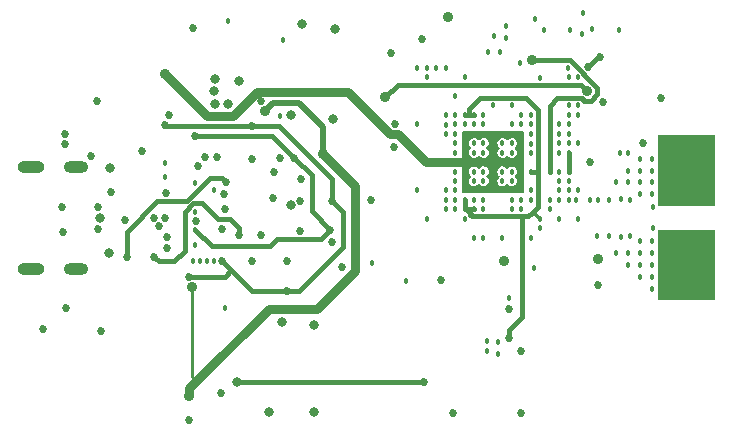
<source format=gbr>
G04 #@! TF.GenerationSoftware,KiCad,Pcbnew,(5.99.0-2267-g4486b0b6d)*
G04 #@! TF.CreationDate,2020-07-12T23:07:06+02:00*
G04 #@! TF.ProjectId,TDR,5444522e-6b69-4636-9164-5f7063625858,A*
G04 #@! TF.SameCoordinates,Original*
G04 #@! TF.FileFunction,Copper,L3,Inr*
G04 #@! TF.FilePolarity,Positive*
%FSLAX46Y46*%
G04 Gerber Fmt 4.6, Leading zero omitted, Abs format (unit mm)*
G04 Created by KiCad (PCBNEW (5.99.0-2267-g4486b0b6d)) date 2020-07-12 23:07:06*
%MOMM*%
%LPD*%
G01*
G04 APERTURE LIST*
G04 #@! TA.AperFunction,ComponentPad*
%ADD10C,0.500000*%
G04 #@! TD*
G04 #@! TA.AperFunction,ComponentPad*
%ADD11O,2.100000X1.000000*%
G04 #@! TD*
G04 #@! TA.AperFunction,ComponentPad*
%ADD12O,2.300000X1.000000*%
G04 #@! TD*
G04 #@! TA.AperFunction,ViaPad*
%ADD13C,0.457200*%
G04 #@! TD*
G04 #@! TA.AperFunction,ViaPad*
%ADD14C,0.685800*%
G04 #@! TD*
G04 #@! TA.AperFunction,ViaPad*
%ADD15C,0.889000*%
G04 #@! TD*
G04 #@! TA.AperFunction,ViaPad*
%ADD16C,0.800000*%
G04 #@! TD*
G04 #@! TA.AperFunction,Conductor*
%ADD17C,0.390000*%
G04 #@! TD*
G04 #@! TA.AperFunction,Conductor*
%ADD18C,0.254000*%
G04 #@! TD*
G04 #@! TA.AperFunction,Conductor*
%ADD19C,0.508000*%
G04 #@! TD*
G04 #@! TA.AperFunction,Conductor*
%ADD20C,0.762000*%
G04 #@! TD*
G04 APERTURE END LIST*
D10*
X166600000Y-85000000D03*
X163000000Y-85000000D03*
X165250000Y-85000000D03*
X166000000Y-85000000D03*
X162250000Y-85000000D03*
X166600000Y-85750000D03*
X166000000Y-85750000D03*
X162250000Y-85750000D03*
X166600000Y-82750000D03*
X162250000Y-82750000D03*
X166000000Y-82750000D03*
X165250000Y-82750000D03*
X164500000Y-82750000D03*
X163750000Y-82750000D03*
X163000000Y-82750000D03*
X166600000Y-83500000D03*
X163000000Y-83500000D03*
X163750000Y-83500000D03*
X164500000Y-83500000D03*
X165250000Y-83500000D03*
X166000000Y-83500000D03*
X166600000Y-86500000D03*
X166000000Y-86500000D03*
X162250000Y-86500000D03*
X166600000Y-87250000D03*
X166000000Y-87250000D03*
X162250000Y-87250000D03*
X166600000Y-88000000D03*
X163000000Y-88000000D03*
X163750000Y-88000000D03*
X164500000Y-88000000D03*
X165250000Y-88000000D03*
X166000000Y-88000000D03*
X162250000Y-88000000D03*
X162250000Y-83500000D03*
X166600000Y-84250000D03*
X163000000Y-84250000D03*
X163750000Y-84250000D03*
X164500000Y-84250000D03*
X165250000Y-84250000D03*
X166000000Y-84250000D03*
X162250000Y-84250000D03*
X162250000Y-75000000D03*
X166000000Y-75000000D03*
X165250000Y-75000000D03*
X164500000Y-75000000D03*
X163750000Y-75000000D03*
X163000000Y-75000000D03*
X166600000Y-75000000D03*
X162250000Y-75750000D03*
X166000000Y-75750000D03*
X166600000Y-75750000D03*
X162250000Y-76500000D03*
X166000000Y-76500000D03*
X166600000Y-76500000D03*
X162250000Y-77250000D03*
X166000000Y-77250000D03*
X166600000Y-77250000D03*
X162250000Y-78000000D03*
X166000000Y-78000000D03*
X165250000Y-78000000D03*
X163000000Y-78000000D03*
X166600000Y-78000000D03*
X162250000Y-78750000D03*
X166000000Y-78750000D03*
X165250000Y-78750000D03*
X164500000Y-78750000D03*
X163750000Y-78750000D03*
X163000000Y-78750000D03*
X166600000Y-78750000D03*
X162250000Y-79500000D03*
X166000000Y-79500000D03*
X165250000Y-79500000D03*
X164500000Y-79500000D03*
X163750000Y-79500000D03*
X163000000Y-79500000D03*
X166600000Y-79500000D03*
X163000000Y-80250000D03*
X163750000Y-80250000D03*
X164500000Y-80250000D03*
X165250000Y-80250000D03*
X166000000Y-80250000D03*
X162250000Y-80250000D03*
X166600000Y-80250000D03*
G04 #@! TA.AperFunction,ComponentPad*
G36*
X166850000Y-82500001D02*
G01*
X166849999Y-88500000D01*
X162000000Y-88499999D01*
X162000001Y-82500000D01*
X166850000Y-82500001D01*
G37*
G04 #@! TD.AperFunction*
G04 #@! TA.AperFunction,ComponentPad*
G36*
X166850000Y-74500001D02*
G01*
X166849999Y-80500000D01*
X162000000Y-80499999D01*
X162000001Y-74500000D01*
X166850000Y-74500001D01*
G37*
G04 #@! TD.AperFunction*
D11*
X112780000Y-85805000D03*
X112780000Y-77165000D03*
D12*
X108955000Y-77165000D03*
X108955000Y-85805000D03*
D13*
X156911257Y-80011257D03*
D14*
X156291492Y-76785000D03*
D13*
X155240077Y-69597211D03*
D14*
X156125170Y-68719569D03*
X157084887Y-67910187D03*
D13*
X150355000Y-68385000D03*
D15*
X151383037Y-68155027D03*
D14*
X137755000Y-79985000D03*
X135255000Y-85685000D03*
D13*
X137855000Y-85285000D03*
D14*
X142055000Y-66385000D03*
D13*
X148155000Y-66085000D03*
X147635890Y-67485000D03*
X144055000Y-68785000D03*
D14*
X139455000Y-67585000D03*
D15*
X144255000Y-64485000D03*
D13*
X155104390Y-80015366D03*
D14*
X150455000Y-92785000D03*
D13*
X151655000Y-64685000D03*
D14*
X122815000Y-74555000D03*
X120325000Y-73625000D03*
D13*
X151249913Y-74364185D03*
X151247962Y-75214100D03*
X148055000Y-71985000D03*
D15*
X156012995Y-70727005D03*
D13*
X154407516Y-68855663D03*
X152019311Y-69640226D03*
D15*
X148955000Y-85185000D03*
D13*
X153681433Y-81558567D03*
X152052799Y-81594074D03*
D15*
X156955000Y-84985000D03*
D16*
X130968467Y-72768360D03*
D15*
X128755000Y-72485000D03*
D13*
X130055000Y-72894610D03*
D15*
X133655000Y-76085000D03*
X122555000Y-87385000D03*
D14*
X122293966Y-86508638D03*
D15*
X122355000Y-96585000D03*
X138955000Y-71285000D03*
D13*
X146455000Y-72785000D03*
X145655000Y-72785000D03*
X145655000Y-73585000D03*
D14*
X139755000Y-73585000D03*
X139655000Y-75485000D03*
D16*
X134527456Y-73148709D03*
D13*
X142453351Y-69578403D03*
D14*
X129555000Y-77585000D03*
D13*
X143255000Y-68785000D03*
X142455000Y-68785000D03*
X141655000Y-68785000D03*
X149155000Y-65285000D03*
X155255000Y-81585000D03*
D14*
X143655000Y-86785000D03*
D13*
X151255000Y-83185000D03*
X140655000Y-86885000D03*
X151555000Y-85785000D03*
D14*
X156955000Y-87185000D03*
D13*
X155655000Y-64135000D03*
X159476257Y-76006257D03*
X158805000Y-75985000D03*
X156485602Y-65505000D03*
X158755000Y-65635000D03*
X154555000Y-65585000D03*
X155603492Y-65925684D03*
X148655000Y-67485000D03*
X149155000Y-66285000D03*
X130244400Y-66482806D03*
X152355000Y-65585000D03*
D14*
X119355000Y-84785000D03*
X117055000Y-84785000D03*
D13*
X156255000Y-79985000D03*
D14*
X128455000Y-71585000D03*
D15*
X120255000Y-69285000D03*
D14*
X150455000Y-97985000D03*
X144655000Y-97985000D03*
X118311573Y-75826114D03*
X115695000Y-79285000D03*
X125075000Y-96335000D03*
D13*
X125355000Y-89137244D03*
X124455000Y-79185000D03*
D14*
X142255000Y-95385000D03*
D13*
X144094341Y-73624341D03*
D14*
X149455000Y-91685000D03*
D16*
X126355000Y-95385000D03*
D14*
X122355000Y-98585000D03*
D13*
X146455000Y-83185000D03*
X146455000Y-80785000D03*
X145655000Y-80785000D03*
X145655000Y-79985000D03*
X147555000Y-92742321D03*
X148481552Y-91975225D03*
X147555000Y-91904110D03*
X148508604Y-93020797D03*
D14*
X130655000Y-87689557D03*
D16*
X130222674Y-90355521D03*
D13*
X122655000Y-85185000D03*
X123255000Y-85185000D03*
X123855000Y-85185000D03*
X124455000Y-85185000D03*
X149455000Y-88285000D03*
D14*
X125455000Y-78485000D03*
X119340163Y-81540163D03*
X119804889Y-82207016D03*
X116899136Y-81675690D03*
X126555000Y-82985000D03*
X125326923Y-79504843D03*
X125379768Y-80769442D03*
X130053090Y-76419025D03*
X131251074Y-76416582D03*
X114055000Y-76285000D03*
D16*
X115655000Y-77285000D03*
D14*
X124655000Y-76385000D03*
D16*
X124504595Y-71835768D03*
D14*
X111855000Y-75285000D03*
X120655000Y-72785000D03*
X125155000Y-85185000D03*
X127655000Y-85185000D03*
X123055000Y-77085000D03*
X120355000Y-79385000D03*
D13*
X122869935Y-82514871D03*
D14*
X122955000Y-81785000D03*
X120455000Y-83085000D03*
X120455000Y-84085000D03*
X125155000Y-82485000D03*
X128455000Y-82985000D03*
X129455000Y-79785000D03*
X131784327Y-78241376D03*
X134455000Y-83585000D03*
X134299186Y-82508225D03*
X131755000Y-82585000D03*
D16*
X130955000Y-80385000D03*
X115555000Y-84485000D03*
X126555000Y-69885000D03*
D14*
X111655000Y-82685000D03*
X111555000Y-80585000D03*
X114655000Y-82485000D03*
X114655000Y-80585000D03*
X131755000Y-80085000D03*
X134455000Y-80085000D03*
X123655000Y-76385000D03*
X130655000Y-85185000D03*
X111855000Y-74385000D03*
X114555000Y-71585000D03*
D13*
X120255000Y-76885000D03*
X120255000Y-78085000D03*
D14*
X127655000Y-76485000D03*
X127655000Y-73685000D03*
D13*
X122799850Y-83762618D03*
X122855000Y-80985000D03*
X122853914Y-78537373D03*
D14*
X160755000Y-75185000D03*
D13*
X161500000Y-87500000D03*
X161500000Y-86500000D03*
X161500000Y-85500000D03*
X161500000Y-84500000D03*
X161500000Y-83500000D03*
X158500000Y-84500000D03*
X159500000Y-85500000D03*
X159500000Y-84500000D03*
X160500000Y-86500000D03*
X160500000Y-85500000D03*
X160500000Y-84500000D03*
X160500000Y-83500000D03*
X158500000Y-78500000D03*
X159500000Y-78500000D03*
X159500000Y-77500000D03*
X161500000Y-79500000D03*
X161500000Y-78500000D03*
X161500000Y-77500000D03*
X161500000Y-76500000D03*
X160500000Y-76500000D03*
X160500000Y-77500000D03*
X160500000Y-78500000D03*
X160500000Y-79500000D03*
X157900000Y-80000000D03*
X158900000Y-79900000D03*
X159700000Y-80000000D03*
X161600000Y-80600000D03*
X156900000Y-83000000D03*
X157900000Y-83000000D03*
X158900000Y-83100000D03*
X159700000Y-83000000D03*
X161600000Y-82400000D03*
X142455000Y-81585000D03*
X154455000Y-78385000D03*
X153655000Y-79185000D03*
X152055000Y-82384998D03*
X150455000Y-80785000D03*
X149655000Y-80785000D03*
X154455000Y-79985000D03*
X154455000Y-79185000D03*
X148855000Y-83185000D03*
X150455000Y-74385000D03*
D14*
X111900000Y-89100000D03*
X114900000Y-91100000D03*
X110000000Y-90900000D03*
D13*
X125600000Y-64796910D03*
D14*
X122700000Y-65450000D03*
D16*
X124400000Y-70750000D03*
X125600000Y-71850000D03*
X124500000Y-69750000D03*
X134700000Y-65500000D03*
X131900000Y-65100000D03*
X132900000Y-97937500D03*
X129100000Y-97937500D03*
X132900000Y-90537500D03*
D13*
X153655000Y-75985000D03*
X155255000Y-75185000D03*
X154455000Y-75185000D03*
X153655000Y-75185000D03*
X154455000Y-74385000D03*
X153655000Y-74385000D03*
X153655000Y-73585000D03*
X154455000Y-73585000D03*
X154455000Y-72785000D03*
X155255000Y-72785000D03*
X155255000Y-71985000D03*
X154455000Y-71985000D03*
X154455000Y-69585000D03*
X141655000Y-73585000D03*
X147255000Y-83185000D03*
X141655000Y-79185000D03*
X145655000Y-81585000D03*
X149655000Y-71985000D03*
X150455000Y-72785000D03*
X149655000Y-73585000D03*
X150455000Y-73585000D03*
X151255000Y-73585000D03*
X151255000Y-75985000D03*
X149655000Y-75185000D03*
X148855000Y-75185000D03*
X149655000Y-75985000D03*
X148855000Y-75985000D03*
X155255000Y-79185000D03*
D16*
X114750000Y-81500000D03*
D14*
X120250000Y-81500000D03*
D13*
X146455000Y-78385000D03*
X147255000Y-78385000D03*
X148855000Y-78385000D03*
X149669375Y-78384998D03*
X146440623Y-77585002D03*
X147255000Y-77585000D03*
X146455000Y-75185000D03*
X147255000Y-75185000D03*
X146455000Y-75985000D03*
X147255000Y-75985000D03*
X148855000Y-77585000D03*
X149655000Y-77585000D03*
X144855000Y-77585000D03*
X144855000Y-79985000D03*
X144855000Y-80785000D03*
X144055000Y-79985000D03*
X144055000Y-79185000D03*
X144855000Y-79185000D03*
X144855000Y-78385000D03*
X144855000Y-75985000D03*
X144855000Y-75185000D03*
X144055000Y-74385000D03*
X144855000Y-74385000D03*
X144855000Y-73585000D03*
X144855000Y-72785000D03*
X146455000Y-79985000D03*
X147255000Y-80785000D03*
X147255000Y-79985000D03*
X149655000Y-79985000D03*
X150455000Y-79985000D03*
X151255000Y-79185000D03*
X146455000Y-73585000D03*
X147255000Y-73585000D03*
X147255000Y-72785000D03*
X144855000Y-71185000D03*
X145655000Y-69585000D03*
X145655000Y-75985000D03*
X150455000Y-75985000D03*
X145655000Y-77585000D03*
X148855000Y-79185000D03*
X147255000Y-79185000D03*
X148855000Y-74385000D03*
X147255000Y-74385000D03*
X152855000Y-79985000D03*
X152855000Y-80785000D03*
X152855000Y-77585000D03*
X150455000Y-75185000D03*
X149655000Y-74385000D03*
X146455000Y-74385000D03*
X145655000Y-74385000D03*
X145655000Y-75185000D03*
X145655000Y-78385000D03*
X145655000Y-79185000D03*
X146455000Y-79185000D03*
X150455000Y-78385000D03*
X149655000Y-79185000D03*
X150455000Y-79185000D03*
X151255000Y-77585000D03*
X151253351Y-79978403D03*
X150455000Y-77585000D03*
D14*
X157355000Y-71685000D03*
X162325000Y-71350000D03*
D13*
X151255000Y-72785000D03*
X144055000Y-72785000D03*
X144055000Y-80785000D03*
X153655000Y-79985000D03*
X153655000Y-78385000D03*
X153655000Y-77585000D03*
X154455000Y-75985000D03*
X154455000Y-77585000D03*
D14*
X149455000Y-89185000D03*
D17*
X156905000Y-71035000D02*
X156905000Y-70483453D01*
D18*
X156877364Y-67962636D02*
X157032438Y-67962636D01*
D17*
X154576574Y-68155027D02*
X151383037Y-68155027D01*
X152855000Y-72035000D02*
X153505000Y-71385000D01*
X156905000Y-70483453D02*
X154576574Y-68155027D01*
X156355000Y-71585000D02*
X156905000Y-71035000D01*
X156125170Y-68714830D02*
X156125170Y-68719569D01*
X155605000Y-71385000D02*
X155805000Y-71585000D01*
X153505000Y-71385000D02*
X155605000Y-71385000D01*
X152855000Y-77585000D02*
X152855000Y-72035000D01*
X156877364Y-67962636D02*
X156125170Y-68714830D01*
X155805000Y-71585000D02*
X156355000Y-71585000D01*
D18*
X157032438Y-67962636D02*
X157084887Y-67910187D01*
D17*
X134455000Y-80085000D02*
X135355000Y-80985000D01*
X135355000Y-80985000D02*
X135355000Y-83985000D01*
X135355000Y-83985000D02*
X131650443Y-87689557D01*
X131650443Y-87689557D02*
X130655000Y-87689557D01*
X120325000Y-73625000D02*
X120385000Y-73685000D01*
X120385000Y-73685000D02*
X127655000Y-73685000D01*
X131251074Y-76416582D02*
X129389492Y-74555000D01*
X129389492Y-74555000D02*
X122815000Y-74555000D01*
X146055000Y-72285000D02*
X146055000Y-72785000D01*
X146955000Y-71385000D02*
X146055000Y-72285000D01*
X151855000Y-77585000D02*
X151855000Y-72385000D01*
X151855000Y-72385000D02*
X150855000Y-71385000D01*
X150855000Y-71385000D02*
X146955000Y-71385000D01*
X138955000Y-71285000D02*
X139982494Y-70257506D01*
X155543496Y-70257506D02*
X156012995Y-70727005D01*
X139982494Y-70257506D02*
X155543496Y-70257506D01*
D18*
X151355000Y-81085000D02*
X151543725Y-81085000D01*
X151543725Y-81085000D02*
X152052799Y-81594074D01*
D19*
X133655000Y-76085000D02*
X133655000Y-73785000D01*
X131655000Y-71785000D02*
X129455000Y-71785000D01*
X133655000Y-73785000D02*
X131655000Y-71785000D01*
X129455000Y-71785000D02*
X128755000Y-72485000D01*
D20*
X136355000Y-80285000D02*
X136355000Y-78785000D01*
X136355000Y-78785000D02*
X133655000Y-76085000D01*
X122355000Y-95885000D02*
X122905000Y-95335000D01*
X122905000Y-95335000D02*
X129055000Y-89185000D01*
D18*
X122555000Y-93685000D02*
X122555000Y-94985000D01*
X122555000Y-94985000D02*
X122905000Y-95335000D01*
X122555000Y-93685000D02*
X122555000Y-87385000D01*
D17*
X125905000Y-85935000D02*
X125331362Y-86508638D01*
X125331362Y-86508638D02*
X122293966Y-86508638D01*
D20*
X136355000Y-85985000D02*
X136355000Y-80285000D01*
X133155000Y-89185000D02*
X136355000Y-85985000D01*
X129055000Y-89185000D02*
X133155000Y-89185000D01*
X122355000Y-96585000D02*
X122355000Y-95885000D01*
D17*
X145655000Y-80785000D02*
X145755000Y-80785000D01*
X145755000Y-80785000D02*
X146455000Y-80785000D01*
X146555000Y-81385000D02*
X146355000Y-81385000D01*
X146355000Y-81385000D02*
X145755000Y-80785000D01*
X151855000Y-78185000D02*
X151855000Y-77585000D01*
X151255000Y-77585000D02*
X151855000Y-77585000D01*
X146055000Y-72785000D02*
X145655000Y-72785000D01*
X146455000Y-72785000D02*
X146055000Y-72785000D01*
D20*
X142355000Y-76785000D02*
X145555000Y-76785000D01*
X128055000Y-70885000D02*
X135795666Y-70885000D01*
X135795666Y-70885000D02*
X139346567Y-74435901D01*
X140005901Y-74435901D02*
X142355000Y-76785000D01*
X139346567Y-74435901D02*
X140005901Y-74435901D01*
D17*
X123455000Y-80285000D02*
X124755000Y-81585000D01*
X119355000Y-84785000D02*
X119755000Y-85185000D01*
X119755000Y-85185000D02*
X121055000Y-85185000D01*
X121055000Y-85185000D02*
X121955000Y-84285000D01*
X121955000Y-80985000D02*
X122655000Y-80285000D01*
X121955000Y-84285000D02*
X121955000Y-80985000D01*
X126555000Y-82385000D02*
X126555000Y-82985000D01*
X122655000Y-80285000D02*
X123455000Y-80285000D01*
X124755000Y-81585000D02*
X125755000Y-81585000D01*
X125755000Y-81585000D02*
X126555000Y-82385000D01*
X117055000Y-84785000D02*
X117055000Y-82685000D01*
X117055000Y-82685000D02*
X119655000Y-80085000D01*
X119655000Y-80085000D02*
X122123838Y-80085000D01*
X125112101Y-78142101D02*
X125455000Y-78485000D01*
X122123838Y-80085000D02*
X124066737Y-78142101D01*
X124066737Y-78142101D02*
X125112101Y-78142101D01*
D18*
X128455000Y-71385000D02*
X128455000Y-71585000D01*
X128455000Y-71585000D02*
X128055000Y-71185000D01*
X128055000Y-71185000D02*
X128055000Y-70885000D01*
D20*
X120255000Y-69285000D02*
X123855000Y-72885000D01*
X123855000Y-72885000D02*
X126055000Y-72885000D01*
X126055000Y-72885000D02*
X128055000Y-70885000D01*
D17*
X126355000Y-95385000D02*
X142255000Y-95385000D01*
X149455000Y-91685000D02*
X149455000Y-90985000D01*
X151055000Y-81385000D02*
X150555000Y-81385000D01*
X150555000Y-81385000D02*
X146555000Y-81385000D01*
X149455000Y-90985000D02*
X150555000Y-89885000D01*
X150555000Y-89885000D02*
X150555000Y-81385000D01*
X151855000Y-80585000D02*
X151355000Y-81085000D01*
X151355000Y-81085000D02*
X151055000Y-81385000D01*
X125155000Y-85185000D02*
X125905000Y-85935000D01*
X125905000Y-85935000D02*
X127659557Y-87689557D01*
X146555000Y-81385000D02*
X146255000Y-81385000D01*
X146155000Y-80985000D02*
X145955000Y-80785000D01*
X146255000Y-81385000D02*
X146155000Y-81285000D01*
X146155000Y-81285000D02*
X146155000Y-80985000D01*
X151855000Y-78185000D02*
X151855000Y-80585000D01*
X145955000Y-80785000D02*
X145655000Y-80785000D01*
X145655000Y-79985000D02*
X145655000Y-80785000D01*
X127659557Y-87689557D02*
X130655000Y-87689557D01*
X134299186Y-82508225D02*
X133522411Y-83285000D01*
X129755000Y-83285000D02*
X129155000Y-83885000D01*
X133522411Y-83285000D02*
X129755000Y-83285000D01*
X129155000Y-83885000D02*
X124240064Y-83885000D01*
X124240064Y-83885000D02*
X122869935Y-82514871D01*
X131251074Y-76416582D02*
X132719492Y-77885000D01*
X132719492Y-77885000D02*
X132719492Y-80928531D01*
X132719492Y-80928531D02*
X134299186Y-82508225D01*
X134455000Y-80085000D02*
X134455000Y-78185000D01*
X134455000Y-78185000D02*
X129955000Y-73685000D01*
X129955000Y-73685000D02*
X127655000Y-73685000D01*
X154455000Y-75985000D02*
X154455000Y-77585000D01*
G04 #@! TA.AperFunction,Conductor*
G36*
X150636694Y-74203306D02*
G01*
X150655000Y-74247500D01*
X150655000Y-79322500D01*
X150636694Y-79366694D01*
X150592500Y-79385000D01*
X145517500Y-79385000D01*
X145473306Y-79366694D01*
X145455000Y-79322500D01*
X145455000Y-77580031D01*
X146002593Y-77580031D01*
X146030173Y-77738054D01*
X146030174Y-77738057D01*
X146112790Y-77875553D01*
X146197273Y-77941322D01*
X146220901Y-77982915D01*
X146196144Y-78040816D01*
X146133845Y-78087083D01*
X146048128Y-78222674D01*
X146016970Y-78380029D01*
X146044550Y-78538052D01*
X146044551Y-78538055D01*
X146127167Y-78675551D01*
X146253748Y-78774091D01*
X146407313Y-78820454D01*
X146567271Y-78808427D01*
X146567274Y-78808426D01*
X146712176Y-78739620D01*
X146810810Y-78635681D01*
X146854510Y-78616224D01*
X146909719Y-78646513D01*
X146927167Y-78675551D01*
X147053748Y-78774091D01*
X147207313Y-78820454D01*
X147367271Y-78808427D01*
X147367274Y-78808426D01*
X147512176Y-78739620D01*
X147622594Y-78623263D01*
X147683721Y-78474956D01*
X147685652Y-78304795D01*
X147685651Y-78304789D01*
X147627907Y-78155142D01*
X147627904Y-78155137D01*
X147520152Y-78036303D01*
X147517719Y-78034453D01*
X147516359Y-78032120D01*
X147516278Y-78032031D01*
X147516297Y-78032014D01*
X147493624Y-77993130D01*
X147510218Y-77941684D01*
X147622594Y-77823263D01*
X147683721Y-77674956D01*
X147684798Y-77580029D01*
X148416970Y-77580029D01*
X148444550Y-77738052D01*
X148444551Y-77738055D01*
X148527167Y-77875552D01*
X148604632Y-77935856D01*
X148628261Y-77977448D01*
X148603504Y-78035350D01*
X148533845Y-78087083D01*
X148448128Y-78222674D01*
X148416970Y-78380029D01*
X148444550Y-78538052D01*
X148444551Y-78538055D01*
X148527167Y-78675551D01*
X148653748Y-78774091D01*
X148807313Y-78820454D01*
X148967271Y-78808427D01*
X148967274Y-78808426D01*
X149112176Y-78739620D01*
X149219612Y-78626405D01*
X149263312Y-78606948D01*
X149318521Y-78637237D01*
X149341541Y-78675549D01*
X149468123Y-78774089D01*
X149621688Y-78820452D01*
X149781646Y-78808425D01*
X149781649Y-78808424D01*
X149926551Y-78739618D01*
X150036969Y-78623261D01*
X150098096Y-78474954D01*
X150100027Y-78304793D01*
X150100026Y-78304787D01*
X150042282Y-78155140D01*
X150042279Y-78155135D01*
X149934528Y-78036303D01*
X149934526Y-78036301D01*
X149932476Y-78035270D01*
X149931149Y-78033733D01*
X149929933Y-78032808D01*
X149930129Y-78032551D01*
X149901218Y-77999060D01*
X149915221Y-77936412D01*
X150022594Y-77823263D01*
X150083721Y-77674956D01*
X150085652Y-77504795D01*
X150085651Y-77504789D01*
X150027907Y-77355142D01*
X150027904Y-77355137D01*
X149920153Y-77236305D01*
X149920152Y-77236304D01*
X149776845Y-77164229D01*
X149617202Y-77148576D01*
X149617201Y-77148576D01*
X149462624Y-77191444D01*
X149462621Y-77191445D01*
X149333845Y-77287083D01*
X149308896Y-77326549D01*
X149269807Y-77354123D01*
X149209767Y-77335135D01*
X149120153Y-77236305D01*
X149120152Y-77236304D01*
X148976845Y-77164229D01*
X148817202Y-77148576D01*
X148817201Y-77148576D01*
X148662624Y-77191444D01*
X148662621Y-77191445D01*
X148533845Y-77287083D01*
X148448128Y-77422674D01*
X148416970Y-77580029D01*
X147684798Y-77580029D01*
X147685652Y-77504795D01*
X147685651Y-77504789D01*
X147627907Y-77355142D01*
X147627904Y-77355137D01*
X147520153Y-77236305D01*
X147520152Y-77236304D01*
X147376845Y-77164229D01*
X147217202Y-77148576D01*
X147217201Y-77148576D01*
X147062624Y-77191444D01*
X147062621Y-77191445D01*
X146933845Y-77287083D01*
X146902989Y-77335893D01*
X146863900Y-77363467D01*
X146803860Y-77344478D01*
X146705779Y-77236309D01*
X146705775Y-77236306D01*
X146562468Y-77164231D01*
X146402825Y-77148578D01*
X146402824Y-77148578D01*
X146248247Y-77191446D01*
X146248244Y-77191447D01*
X146119468Y-77287085D01*
X146033751Y-77422676D01*
X146002593Y-77580031D01*
X145455000Y-77580031D01*
X145455000Y-75180029D01*
X146016970Y-75180029D01*
X146044550Y-75338052D01*
X146044551Y-75338055D01*
X146127167Y-75475552D01*
X146204632Y-75535856D01*
X146228261Y-75577448D01*
X146203504Y-75635350D01*
X146133845Y-75687083D01*
X146048128Y-75822674D01*
X146016970Y-75980029D01*
X146044550Y-76138052D01*
X146044551Y-76138055D01*
X146127167Y-76275551D01*
X146253748Y-76374091D01*
X146407313Y-76420454D01*
X146567271Y-76408427D01*
X146567274Y-76408426D01*
X146712176Y-76339620D01*
X146810810Y-76235681D01*
X146854510Y-76216224D01*
X146909719Y-76246513D01*
X146927167Y-76275551D01*
X147053748Y-76374091D01*
X147207313Y-76420454D01*
X147367271Y-76408427D01*
X147367274Y-76408426D01*
X147512176Y-76339620D01*
X147622594Y-76223263D01*
X147683721Y-76074956D01*
X147685652Y-75904795D01*
X147685651Y-75904789D01*
X147627907Y-75755142D01*
X147627904Y-75755137D01*
X147520152Y-75636303D01*
X147517719Y-75634453D01*
X147516359Y-75632120D01*
X147516278Y-75632031D01*
X147516297Y-75632014D01*
X147493624Y-75593130D01*
X147510218Y-75541684D01*
X147622594Y-75423263D01*
X147683721Y-75274956D01*
X147684798Y-75180029D01*
X148416970Y-75180029D01*
X148444550Y-75338052D01*
X148444551Y-75338055D01*
X148527167Y-75475552D01*
X148604632Y-75535856D01*
X148628261Y-75577448D01*
X148603504Y-75635350D01*
X148533845Y-75687083D01*
X148448128Y-75822674D01*
X148416970Y-75980029D01*
X148444550Y-76138052D01*
X148444551Y-76138055D01*
X148527167Y-76275551D01*
X148653748Y-76374091D01*
X148807313Y-76420454D01*
X148967271Y-76408427D01*
X148967274Y-76408426D01*
X149112176Y-76339620D01*
X149210810Y-76235681D01*
X149254510Y-76216224D01*
X149309719Y-76246513D01*
X149327167Y-76275551D01*
X149453748Y-76374091D01*
X149607313Y-76420454D01*
X149767271Y-76408427D01*
X149767274Y-76408426D01*
X149912176Y-76339620D01*
X150022594Y-76223263D01*
X150083721Y-76074956D01*
X150085652Y-75904795D01*
X150085651Y-75904789D01*
X150027907Y-75755142D01*
X150027904Y-75755137D01*
X149920152Y-75636303D01*
X149917719Y-75634453D01*
X149916359Y-75632120D01*
X149916278Y-75632031D01*
X149916297Y-75632014D01*
X149893624Y-75593130D01*
X149910218Y-75541684D01*
X150022594Y-75423263D01*
X150083721Y-75274956D01*
X150085652Y-75104795D01*
X150085651Y-75104789D01*
X150027907Y-74955142D01*
X150027904Y-74955137D01*
X149920153Y-74836305D01*
X149920152Y-74836304D01*
X149776845Y-74764229D01*
X149617202Y-74748576D01*
X149617201Y-74748576D01*
X149462624Y-74791444D01*
X149462621Y-74791445D01*
X149333845Y-74887083D01*
X149308896Y-74926549D01*
X149269807Y-74954123D01*
X149209767Y-74935135D01*
X149120153Y-74836305D01*
X149120152Y-74836304D01*
X148976845Y-74764229D01*
X148817202Y-74748576D01*
X148817201Y-74748576D01*
X148662624Y-74791444D01*
X148662621Y-74791445D01*
X148533845Y-74887083D01*
X148448128Y-75022674D01*
X148416970Y-75180029D01*
X147684798Y-75180029D01*
X147685652Y-75104795D01*
X147685651Y-75104789D01*
X147627907Y-74955142D01*
X147627904Y-74955137D01*
X147520153Y-74836305D01*
X147520152Y-74836304D01*
X147376845Y-74764229D01*
X147217202Y-74748576D01*
X147217201Y-74748576D01*
X147062624Y-74791444D01*
X147062621Y-74791445D01*
X146933845Y-74887083D01*
X146908896Y-74926549D01*
X146869807Y-74954123D01*
X146809767Y-74935135D01*
X146720153Y-74836305D01*
X146720152Y-74836304D01*
X146576845Y-74764229D01*
X146417202Y-74748576D01*
X146417201Y-74748576D01*
X146262624Y-74791444D01*
X146262621Y-74791445D01*
X146133845Y-74887083D01*
X146048128Y-75022674D01*
X146016970Y-75180029D01*
X145455000Y-75180029D01*
X145455000Y-74247500D01*
X145473306Y-74203306D01*
X145517500Y-74185000D01*
X150592500Y-74185000D01*
X150636694Y-74203306D01*
G37*
G04 #@! TD.AperFunction*
M02*

</source>
